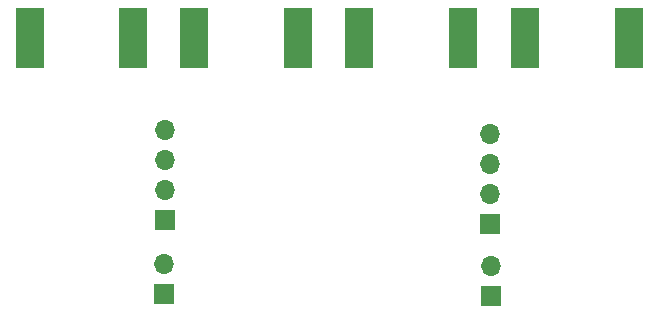
<source format=gbr>
%TF.GenerationSoftware,KiCad,Pcbnew,5.1.10-88a1d61d58~88~ubuntu18.04.1*%
%TF.CreationDate,2021-07-26T17:25:23+07:00*%
%TF.ProjectId,ADV728xM_EVAL_SMA-FFC_JETSON,41445637-3238-4784-9d5f-4556414c5f53,rev?*%
%TF.SameCoordinates,Original*%
%TF.FileFunction,Soldermask,Bot*%
%TF.FilePolarity,Negative*%
%FSLAX46Y46*%
G04 Gerber Fmt 4.6, Leading zero omitted, Abs format (unit mm)*
G04 Created by KiCad (PCBNEW 5.1.10-88a1d61d58~88~ubuntu18.04.1) date 2021-07-26 17:25:23*
%MOMM*%
%LPD*%
G01*
G04 APERTURE LIST*
%ADD10O,1.700000X1.700000*%
%ADD11R,1.700000X1.700000*%
%ADD12R,2.413000X5.080000*%
G04 APERTURE END LIST*
D10*
%TO.C,J6*%
X175552100Y-89496900D03*
X175552100Y-92036900D03*
X175552100Y-94576900D03*
D11*
X175552100Y-97116900D03*
%TD*%
D12*
%TO.C,J3*%
X173228000Y-81368900D03*
X164465000Y-81368900D03*
%TD*%
%TO.C,J4*%
X187274200Y-81368900D03*
X178511200Y-81368900D03*
%TD*%
%TO.C,J1*%
X145338800Y-81419700D03*
X136575800Y-81419700D03*
%TD*%
%TO.C,J2*%
X159258000Y-81368900D03*
X150495000Y-81368900D03*
%TD*%
D11*
%TO.C,J5*%
X147980400Y-96850200D03*
D10*
X147980400Y-94310200D03*
X147980400Y-91770200D03*
X147980400Y-89230200D03*
%TD*%
D11*
%TO.C,J8*%
X175590200Y-103289100D03*
D10*
X175590200Y-100749100D03*
%TD*%
%TO.C,J7*%
X147929600Y-100558600D03*
D11*
X147929600Y-103098600D03*
%TD*%
M02*

</source>
